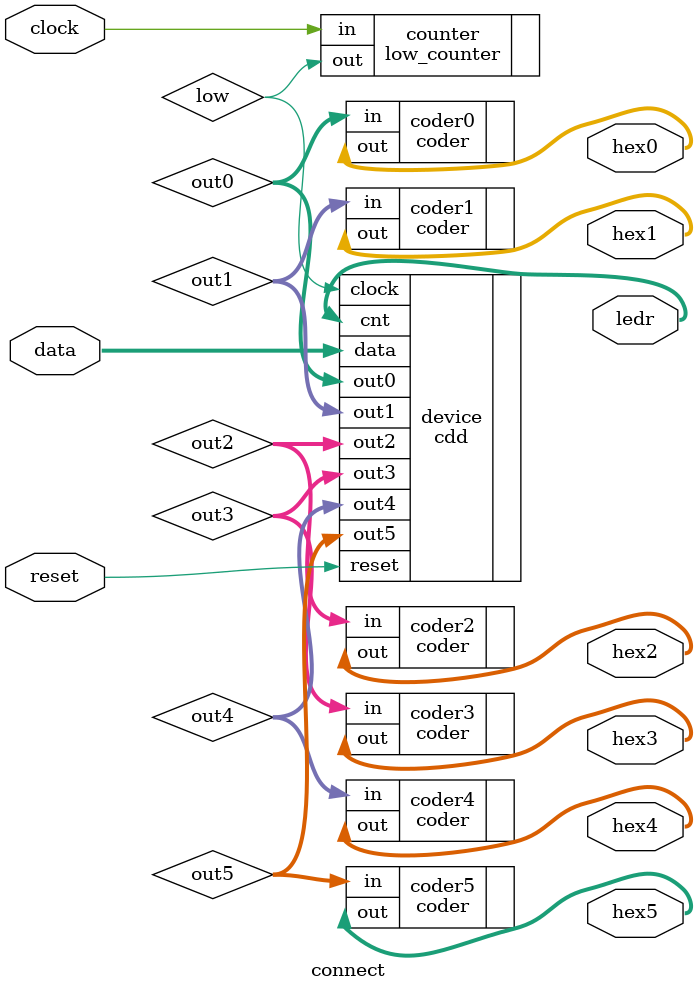
<source format=v>
module connect (
	clock, 
	reset,
	data,
	hex0,
	hex1,
	hex2,
	hex3,
	hex4,
	hex5,
	ledr
);

    // ==========[ inputs ]==========
    input clock;        // CLOCK50
    input reset;        // KEY[0]
    input [3:0] data;   // SW[0]...SW[3]

    // ==========[ outputs ]==========
    output [6:0] hex0;  // HEX[0]
    output [6:0] hex1;  // HEX[1]
    output [6:0] hex2;  // HEX[2]
    output [6:0] hex3;  // HEX[3]
    output [6:0] hex4;  // HEX[4]
    output [6:0] hex5;  // HEX[5]
    output [2:0] ledr;  // LEDR[0]...LEDR[2]

    // ==========[ wires ]==========
    wire low;
    wire [3:0] out0;
    wire [3:0] out1;
    wire [3:0] out2;
    wire [3:0] out3;
    wire [3:0] out4;
    wire [3:0] out5;

    // ==========[ low counter ]==========
    low_counter counter (
        .in(clock),
        .out(low)
    );

    // ==========[ cdd ]==========
    cdd device (
        .clock(low),
         .reset(reset),
         .data(data),
         .out0(out0),
         .out1(out1),
         .out2(out2),
         .out3(out3),
         .out4(out4),
         .out5(out5),
        .cnt(ledr)
    );

    // ==========[ coders ]==========
    coder coder0 (
        .in(out0),
        .out(hex0)
    );

    coder coder1 (
        .in(out1),
        .out(hex1)
    );

    coder coder2 (
        .in(out2),
        .out(hex2)
    );

    coder coder3 (
        .in(out3),
        .out(hex3)
    );

    coder coder4 (
        .in(out4),
        .out(hex4)
    );

    coder coder5 (
        .in(out5),
        .out(hex5)
    );

endmodule

</source>
